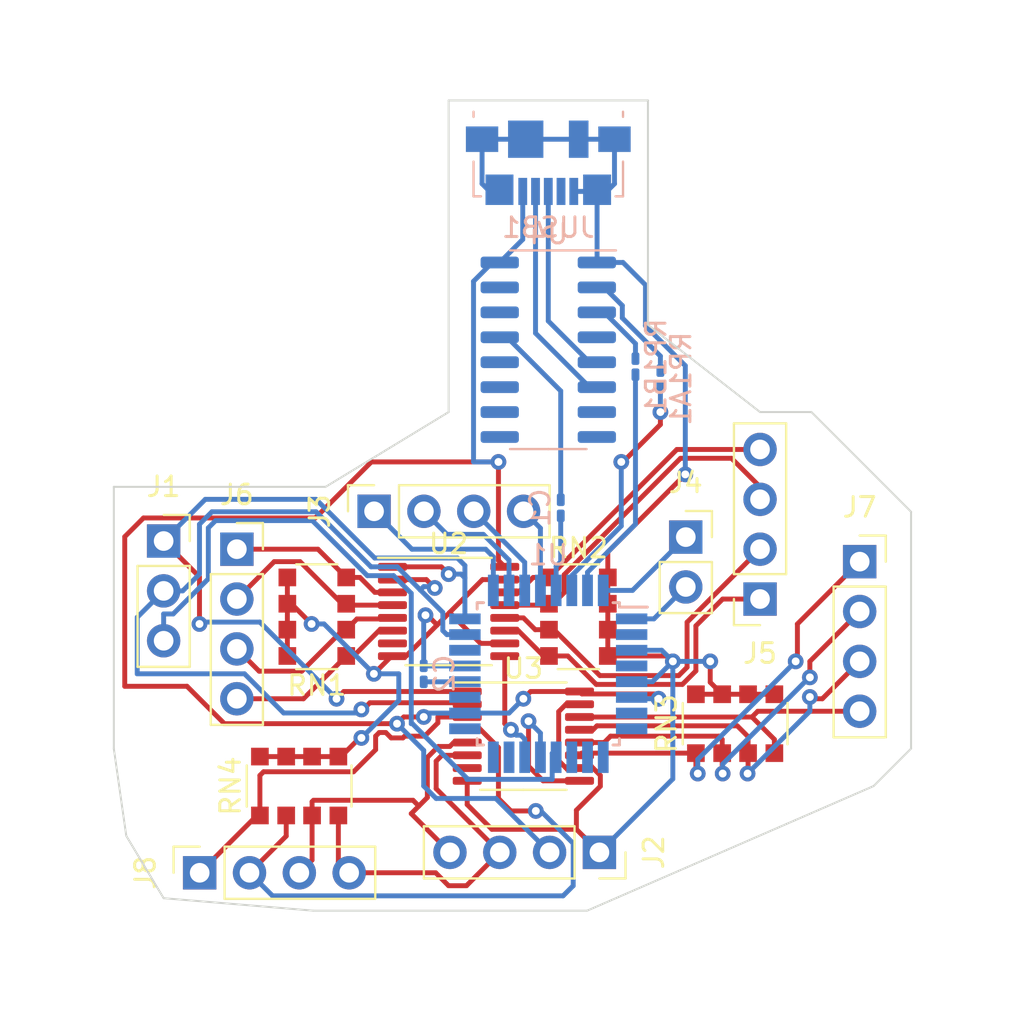
<source format=kicad_pcb>
(kicad_pcb (version 20211014) (generator pcbnew)
  (layers (0 "F.Cu" signal) (31 "B.Cu" signal) (34 "B.Paste" user) (35 "F.Paste" user) (36 "B.SilkS" user "B.Silkscreen") (37 "F.SilkS" user "F.Silkscreen") (38 "B.Mask" user) (39 "F.Mask" user) (44 "Edge.Cuts" user))
  (net 0 "")
  (net 1 "Net-(C1-Pad1)")
  (net 2 "/RESET")
  (net 3 "Net-(C2-Pad1)")
  (net 4 "GND")
  (net 5 "/SH_LATCH")
  (net 6 "/SH_CLK")
  (net 7 "/SH_DATA1")
  (net 8 "+5V")
  (net 9 "/HAT2_PUSH")
  (net 10 "/HAT1_PUSH")
  (net 11 "/THUMB_X")
  (net 12 "/THUMB_Y")
  (net 13 "/SDA")
  (net 14 "/SCL")
  (net 15 "/ENCODER_A")
  (net 16 "/ENCODER_B")
  (net 17 "/RKJXT1F_UP")
  (net 18 "/RKJXT1F_DOWN")
  (net 19 "/RKJXT1F_LEFT")
  (net 20 "/RKJXT1F_RIGHT")
  (net 21 "/RKJXT1F_CENTER")
  (net 22 "/BRAKE")
  (net 23 "/PINKY_PUSH")
  (net 24 "/RESERVED1")
  (net 25 "/THUMB_PUSH")
  (net 26 "/TRIGGER_1")
  (net 27 "/TRIGGER_2")
  (net 28 "/PANEL_PUSH")
  (net 29 "/TOP_SIDE_PUSH")
  (net 30 "Net-(JUSB1-Pad2)")
  (net 31 "Net-(JUSB1-Pad3)")
  (net 33 "Net-(RP1A1-Pad1)")
  (net 34 "/RX")
  (net 35 "Net-(RP1B1-Pad1)")
  (net 36 "/TX")
  (net 43 "/SH_DATA2")
  (net 44 "/SH_DATA3")
  (net 61 "/RESERVED2")
  (footprint "Connector_PinSocket_2.54mm:PinSocket_1x02_P2.54mm_Vertical" (layer "F.Cu") (at 151.155 90.825)
    (fp_text reference "J4")
    (fp_text value "Conn_01x02_Female")
  )
  (footprint "Connector_PinSocket_2.54mm:PinSocket_1x04_P2.54mm_Vertical" (layer "F.Cu") (at 135.265 89.51 90)
    (fp_text reference "J3")
    (fp_text value "Conn_01x04_Female")
  )
  (footprint "Connector_PinSocket_2.54mm:PinSocket_1x04_P2.54mm_Vertical" (layer "F.Cu") (at 146.753169 106.8848 -90)
    (fp_text reference "J2")
    (fp_text value "Conn_01x04_Male")
  )
  (footprint "Connector_PinSocket_2.54mm:PinSocket_1x04_P2.54mm_Vertical" (layer "F.Cu") (at 126.375 107.925 90)
    (fp_text reference "J8")
    (fp_text value "Conn_01x04_Female")
  )
  (footprint "Connector_PinSocket_2.54mm:PinSocket_1x04_P2.54mm_Vertical" (layer "F.Cu") (at 154.94 93.98 180)
    (fp_text reference "J5")
    (fp_text value "Conn_01x04_Female")
  )
  (footprint "Resistor_SMD:R_Array_Convex_4x1206" (layer "F.Cu") (at 145.68 94.88)
    (fp_text reference "RN2")
    (fp_text value "1k")
  )
  (footprint "Connector_PinSocket_2.54mm:PinSocket_1x03_P2.54mm_Vertical" (layer "F.Cu") (at 124.538169 91.0248)
    (fp_text reference "J1")
    (fp_text value "Conn_01x03_Male")
  )
  (footprint "Package_SO:TSSOP-16_4.4x5mm_P0.65mm" (layer "F.Cu") (at 139.065 94.615)
    (fp_text reference "U2")
    (fp_text value "74HC165")
  )
  (footprint "Connector_PinSocket_2.54mm:PinSocket_1x04_P2.54mm_Vertical" (layer "F.Cu") (at 128.27 91.44)
    (fp_text reference "J6")
    (fp_text value "Conn_01x04_Female")
  )
  (footprint "Package_SO:TSSOP-16_4.4x5mm_P0.65mm" (layer "F.Cu") (at 142.875 100.965)
    (fp_text reference "U3")
    (fp_text value "74HC165")
  )
  (footprint "Resistor_SMD:R_Array_Convex_4x1206" (layer "F.Cu") (at 131.445 103.505 90)
    (fp_text reference "RN4")
    (fp_text value "1k")
  )
  (footprint "Resistor_SMD:R_Array_Convex_4x1206" (layer "F.Cu") (at 132.345 94.88 180)
    (fp_text reference "RN1")
    (fp_text value "1k")
  )
  (footprint "Connector_PinSocket_2.54mm:PinSocket_1x04_P2.54mm_Vertical" (layer "F.Cu") (at 160.02 92.075)
    (fp_text reference "J7")
    (fp_text value "Conn_01x04_Female")
  )
  (footprint "Resistor_SMD:R_Array_Convex_4x1206" (layer "F.Cu") (at 153.67 100.33 90)
    (fp_text reference "RN3")
    (fp_text value "1k")
  )
  (footprint "Connector_USB:USB_Micro-B_Molex_47346-0001" (layer "B.Cu") (at 144.145 71.755)
    (fp_text reference "JUSB1")
    (fp_text value "USB_B_Micro")
  )
  (footprint "Resistor_SMD:R_0201_0603Metric_Pad0.64x0.40mm_HandSolder" (layer "B.Cu") (at 144.78 89.3325 -90)
    (fp_text reference "C1")
    (fp_text value "100nF")
  )
  (footprint "Resistor_SMD:R_0201_0603Metric_Pad0.64x0.40mm_HandSolder" (layer "B.Cu") (at 149.86 82.7525 90)
    (fp_text reference "RP1A1")
    (fp_text value "1k")
  )
  (footprint "Resistor_SMD:R_0201_0603Metric_Pad0.64x0.40mm_HandSolder" (layer "B.Cu") (at 148.59 82.1425 90)
    (fp_text reference "RP1B1")
    (fp_text value "1k")
  )
  (footprint "Package_QFP:TQFP-32_7x7mm_P0.8mm" (layer "B.Cu") (at 144.145 97.79 180)
    (fp_text reference "U1")
    (fp_text value "ATmega328P-A")
  )
  (footprint "Resistor_SMD:R_0201_0603Metric_Pad0.64x0.40mm_HandSolder" (layer "B.Cu") (at 137.795 97.79 90)
    (fp_text reference "C2")
    (fp_text value "100nF")
  )
  (footprint "Package_SO:SOIC-16_3.9x9.9mm_P1.27mm" (layer "B.Cu") (at 144.145 81.28 180)
    (fp_text reference "U4")
    (fp_text value "CH340G")
  )
  (gr_line (start 124.538169 109.22) (end 122.633169 106.045) (layer "Edge.Cuts") (width 0.1))
  (gr_line (start 160.733169 103.505) (end 146.128169 109.855) (layer "Edge.Cuts") (width 0.1))
  (gr_line (start 162.638169 89.535) (end 162.638169 101.6) (layer "Edge.Cuts") (width 0.1))
  (gr_line (start 149.225 68.58) (end 149.225 80.01) (layer "Edge.Cuts") (width 0.1))
  (gr_line (start 154.94 84.455) (end 157.558169 84.455) (layer "Edge.Cuts") (width 0.1))
  (gr_line (start 132.158169 109.855) (end 124.538169 109.22) (layer "Edge.Cuts") (width 0.1))
  (gr_line (start 122.633169 106.045) (end 121.998169 101.6) (layer "Edge.Cuts") (width 0.1))
  (gr_line (start 149.225 80.01) (end 154.94 84.455) (layer "Edge.Cuts") (width 0.1))
  (gr_line (start 121.998169 101.6) (end 121.998169 88.265) (layer "Edge.Cuts") (width 0.1))
  (gr_line (start 121.998169 88.265) (end 132.793169 88.265) (layer "Edge.Cuts") (width 0.1))
  (gr_line (start 132.793169 88.265) (end 139.065 84.455) (layer "Edge.Cuts") (width 0.1))
  (gr_line (start 139.065 68.58) (end 149.225 68.58) (layer "Edge.Cuts") (width 0.1))
  (gr_line (start 146.128169 109.855) (end 132.158169 109.855) (layer "Edge.Cuts") (width 0.1))
  (gr_line (start 162.638169 101.6) (end 160.733169 103.505) (layer "Edge.Cuts") (width 0.1))
  (gr_line (start 157.558169 84.455) (end 162.638169 89.535) (layer "Edge.Cuts") (width 0.1))
  (gr_line (start 139.065 84.455) (end 139.065 68.58) (layer "Edge.Cuts") (width 0.1))
  (segment (start 144.78 83.378928) (end 142.046072 80.645) (width 0.25) (layer "B.Cu") (net 1))
  (segment (start 142.046072 80.645) (end 141.67 80.645) (width 0.25) (layer "B.Cu") (net 1))
  (segment (start 144.78 88.925) (end 144.78 83.378928) (width 0.25) (layer "B.Cu") (net 1))
  (segment (start 144.78 92.075) (end 144.78 89.74) (width 0.25) (layer "B.Cu") (net 2))
  (segment (start 144.545 92.31) (end 144.78 92.075) (width 0.25) (layer "B.Cu") (net 2))
  (segment (start 144.545 93.54) (end 144.545 92.31) (width 0.25) (layer "B.Cu") (net 2))
  (segment (start 139.8875 98.1975) (end 139.895 98.19) (width 0.25) (layer "B.Cu") (net 3))
  (segment (start 137.795 98.1975) (end 139.8875 98.1975) (width 0.25) (layer "B.Cu") (net 3))
  (segment (start 146.425361 102.59) (end 146.79952 102.964159) (width 0.25) (layer "F.Cu") (net 4))
  (segment (start 147.18 92.88) (end 147.18 94.22) (width 0.25) (layer "F.Cu") (net 4))
  (segment (start 138.480181 95.300181) (end 136.890361 96.89) (width 0.25) (layer "F.Cu") (net 4))
  (segment (start 147.18 91.58) (end 151.13 87.63) (width 0.25) (layer "F.Cu") (net 4))
  (segment (start 141.9275 92.99) (end 140.790361 92.99) (width 0.25) (layer "F.Cu") (net 4))
  (segment (start 141.9275 96.24) (end 140.69 96.24) (width 0.25) (layer "F.Cu") (net 4))
  (segment (start 150.22 96.88) (end 150.495 97.155) (width 0.25) (layer "F.Cu") (net 4))
  (segment (start 146.79952 103.515841) (end 145.578657 104.736704) (width 0.25) (layer "F.Cu") (net 4))
  (segment (start 145.049639 99.34) (end 144.67548 99.714159) (width 0.25) (layer "F.Cu") (net 4))
  (segment (start 153.01 98.83) (end 151.67 98.83) (width 0.25) (layer "F.Cu") (net 4))
  (segment (start 152.4 98.22) (end 153.01 98.83) (width 0.25) (layer "F.Cu") (net 4))
  (segment (start 136.2025 96.89) (end 136.155 96.89) (width 0.25) (layer "F.Cu") (net 4))
  (segment (start 134.62 100.965) (end 134.62 101.0545) (width 0.25) (layer "F.Cu") (net 4))
  (segment (start 129.445 102.005) (end 130.785 102.005) (width 0.25) (layer "F.Cu") (net 4))
  (segment (start 145.7375 102.59) (end 146.425361 102.59) (width 0.25) (layer "F.Cu") (net 4))
  (segment (start 146.753169 106.8848) (end 145.981684 106.113316) (width 0.25) (layer "F.Cu") (net 4))
  (segment (start 140.790361 92.99) (end 139.115181 94.665181) (width 0.25) (layer "F.Cu") (net 4))
  (segment (start 145.049639 102.59) (end 145.7375 102.59) (width 0.25) (layer "F.Cu") (net 4))
  (segment (start 133.445 102.005) (end 133.58 102.005) (width 0.25) (layer "F.Cu") (net 4))
  (segment (start 145.578657 105.710289) (end 145.981684 106.113316) (width 0.25) (layer "F.Cu") (net 4))
  (segment (start 136.890361 96.89) (end 136.2025 96.89) (width 0.25) (layer "F.Cu") (net 4))
  (segment (start 133.58 102.005) (end 134.62 100.965) (width 0.25) (layer "F.Cu") (net 4))
  (segment (start 152.4 97.155) (end 152.4 98.22) (width 0.25) (layer "F.Cu") (net 4))
  (segment (start 146.79952 102.964159) (end 146.79952 103.515841) (width 0.25) (layer "F.Cu") (net 4))
  (segment (start 136.155 96.89) (end 135.255 97.79) (width 0.25) (layer "F.Cu") (net 4))
  (segment (start 154.33 98.83) (end 155.67 98.83) (width 0.25) (layer "F.Cu") (net 4))
  (segment (start 141.270289 105.710289) (end 145.578657 105.710289) (width 0.25) (layer "F.Cu") (net 4))
  (segment (start 153.01 98.83) (end 154.33 98.83) (width 0.25) (layer "F.Cu") (net 4))
  (segment (start 130.845 95.54) (end 130.845 94.22) (width 0.25) (layer "F.Cu") (net 4))
  (segment (start 137.984098 94.804098) (end 138.480181 95.300181) (width 0.25) (layer "F.Cu") (net 4))
  (segment (start 144.67548 102.215841) (end 145.049639 102.59) (width 0.25) (layer "F.Cu") (net 4))
  (segment (start 130.845 92.88) (end 130.845 94.22) (width 0.25) (layer "F.Cu") (net 4))
  (segment (start 140.69 96.24) (end 139.115181 94.665181) (width 0.25) (layer "F.Cu") (net 4))
  (segment (start 147.18 96.88) (end 147.18 95.54) (width 0.25) (layer "F.Cu") (net 4))
  (segment (start 147.18 96.88) (end 150.22 96.88) (width 0.25) (layer "F.Cu") (net 4))
  (segment (start 133.445 102.005) (end 132.105 102.005) (width 0.25) (layer "F.Cu") (net 4))
  (segment (start 140.0125 103.24) (end 140.0125 104.4525) (width 0.25) (layer "F.Cu") (net 4))
  (segment (start 137.8845 94.804098) (end 137.984098 94.804098) (width 0.25) (layer "F.Cu") (net 4))
  (segment (start 144.67548 99.714159) (end 144.67548 102.215841) (width 0.25) (layer "F.Cu") (net 4))
  (segment (start 130.845 94.22) (end 131.05 94.22) (width 0.25) (layer "F.Cu") (net 4))
  (segment (start 139.115181 94.665181) (end 138.480181 95.300181) (width 0.25) (layer "F.Cu") (net 4))
  (segment (start 147.18 92.88) (end 147.18 91.58) (width 0.25) (layer "F.Cu") (net 4))
  (segment (start 130.845 96.88) (end 130.845 95.54) (width 0.25) (layer "F.Cu") (net 4))
  (segment (start 130.785 102.005) (end 132.105 102.005) (width 0.25) (layer "F.Cu") (net 4))
  (segment (start 145.578657 104.736704) (end 145.578657 105.710289) (width 0.25) (layer "F.Cu") (net 4))
  (segment (start 147.18 95.54) (end 147.18 94.22) (width 0.25) (layer "F.Cu") (net 4))
  (segment (start 140.0125 104.4525) (end 141.270289 105.710289) (width 0.25) (layer "F.Cu") (net 4))
  (segment (start 131.05 94.22) (end 132.08 95.25) (width 0.25) (layer "F.Cu") (net 4))
  (segment (start 145.7375 99.34) (end 145.049639 99.34) (width 0.25) (layer "F.Cu") (net 4))
  (via (at 150.495 97.155) (size 0.8) (drill 0.4) (layers "F.Cu" "B.Cu") (net 4))
  (via (at 151.13 87.63) (size 0.8) (drill 0.4) (layers "F.Cu" "B.Cu") (net 4))
  (via (at 132.08 95.25) (size 0.8) (drill 0.4) (layers "F.Cu" "B.Cu") (net 4))
  (via (at 137.8845 94.804098) (size 0.8) (drill 0.4) (layers "F.Cu" "B.Cu") (net 4))
  (via (at 135.255 97.79) (size 0.8) (drill 0.4) (layers "F.Cu" "B.Cu") (net 4))
  (via (at 152.4 97.155) (size 0.8) (drill 0.4) (layers "F.Cu" "B.Cu") (net 4))
  (via (at 134.62 101.0545) (size 0.8) (drill 0.4) (layers "F.Cu" "B.Cu") (net 4))
  (segment (start 134.62 101.0545) (end 136.525 99.1495) (width 0.25) (layer "B.Cu") (net 4))
  (segment (start 146.62 76.835) (end 147.955 76.835) (width 0.25) (layer "B.Cu") (net 4))
  (segment (start 149.09998 80.061784) (end 151.13 82.091804) (width 0.25) (layer "B.Cu") (net 4))
  (segment (start 139.895 97.39) (end 137.8025 97.39) (width 0.25) (layer "B.Cu") (net 4))
  (segment (start 146.6325 73.13) (end 147.215 73.13) (width 0.25) (layer "B.Cu") (net 4))
  (segment (start 142.995 70.555) (end 145.695 70.555) (width 0.25) (layer "B.Cu") (net 4))
  (segment (start 137.795 94.714598) (end 137.8845 94.804098) (width 0.25) (layer "B.Cu") (net 4))
  (segment (start 149.09998 77.97998) (end 149.09998 80.061784) (width 0.25) (layer "B.Cu") (net 4))
  (segment (start 136.525 99.1495) (end 136.525 97.79) (width 0.25) (layer "B.Cu") (net 4))
  (segment (start 135.255 97.79) (end 132.715 95.25) (width 0.25) (layer "B.Cu") (net 4))
  (segment (start 141.6575 73.13) (end 141.075 73.13) (width 0.25) (layer "B.Cu") (net 4))
  (segment (start 146.753169 106.8848) (end 150.495 103.142969) (width 0.25) (layer "B.Cu") (net 4))
  (segment (start 147.215 73.13) (end 147.52 72.825) (width 0.25) (layer "B.Cu") (net 4))
  (segment (start 146.5475 73.215) (end 146.6325 73.13) (width 0.25) (layer "B.Cu") (net 4))
  (segment (start 132.715 95.25) (end 132.08 95.25) (width 0.25) (layer "B.Cu") (net 4))
  (segment (start 148.395 98.19) (end 149.46 98.19) (width 0.25) (layer "B.Cu") (net 4))
  (segment (start 149.93 96.59) (end 150.495 97.155) (width 0.25) (layer "B.Cu") (net 4))
  (segment (start 141.075 73.13) (end 140.77 72.825) (width 0.25) (layer "B.Cu") (net 4))
  (segment (start 145.445 73.215) (end 146.5475 73.215) (width 0.25) (layer "B.Cu") (net 4))
  (segment (start 151.13 82.091804) (end 151.13 87.63) (width 0.25) (layer "B.Cu") (net 4))
  (segment (start 137.8025 97.39) (end 137.795 97.3825) (width 0.25) (layer "B.Cu") (net 4))
  (segment (start 150.495 97.155) (end 152.4 97.155) (width 0.25) (layer "B.Cu") (net 4))
  (segment (start 147.955 76.835) (end 149.09998 77.97998) (width 0.25) (layer "B.Cu") (net 4))
  (segment (start 140.77 72.825) (end 140.77 70.555) (width 0.25) (layer "B.Cu") (net 4))
  (segment (start 150.495 103.142969) (end 150.495 97.155) (width 0.25) (layer "B.Cu") (net 4))
  (segment (start 148.395 96.59) (end 149.93 96.59) (width 0.25) (layer "B.Cu") (net 4))
  (segment (start 137.795 97.3825) (end 137.795 94.714598) (width 0.25) (layer "B.Cu") (net 4))
  (segment (start 149.46 98.19) (end 150.495 97.155) (width 0.25) (layer "B.Cu") (net 4))
  (segment (start 146.62 76.835) (end 146.6325 76.8225) (width 0.25) (layer "B.Cu") (net 4))
  (segment (start 146.6325 76.8225) (end 146.6325 73.13) (width 0.25) (layer "B.Cu") (net 4))
  (segment (start 147.52 70.555) (end 145.695 70.555) (width 0.25) (layer "B.Cu") (net 4))
  (segment (start 140.77 70.555) (end 142.995 70.555) (width 0.25) (layer "B.Cu") (net 4))
  (segment (start 136.525 97.79) (end 135.255 97.79) (width 0.25) (layer "B.Cu") (net 4))
  (segment (start 147.52 72.825) (end 147.52 70.555) (width 0.25) (layer "B.Cu") (net 4))
  (segment (start 138.695 92.34) (end 139.065 92.71) (width 0.25) (layer "F.Cu") (net 5))
  (segment (start 124.538169 91.0248) (end 126.365 92.851631) (width 0.25) (layer "F.Cu") (net 5))
  (segment (start 140.0125 98.69) (end 133.72 98.69) (width 0.25) (layer "F.Cu") (net 5))
  (segment (start 136.2025 92.34) (end 138.695 92.34) (width 0.25) (layer "F.Cu") (net 5))
  (segment (start 126.365 92.851631) (end 126.365 95.25) (width 0.25) (layer "F.Cu") (net 5))
  (segment (start 133.72 98.69) (end 133.35 99.06) (width 0.25) (layer "F.Cu") (net 5))
  (via (at 133.35 99.06) (size 0.8) (drill 0.4) (layers "F.Cu" "B.Cu") (net 5))
  (via (at 126.365 95.25) (size 0.8) (drill 0.4) (layers "F.Cu" "B.Cu") (net 5))
  (via (at 139.065 92.71) (size 0.8) (drill 0.4) (layers "F.Cu" "B.Cu") (net 5))
  (segment (start 129.444511 95.154511) (end 126.460489 95.154511) (width 0.25) (layer "B.Cu") (net 5))
  (segment (start 126.460489 95.154511) (end 126.365 95.25) (width 0.25) (layer "B.Cu") (net 5))
  (segment (start 139.895 92.27) (end 139.51452 91.88952) (width 0.25) (layer "B.Cu") (net 5))
  (segment (start 135.295498 91.88952) (end 132.305978 88.9) (width 0.25) (layer "B.Cu") (net 5))
  (segment (start 126.662969 88.9) (end 124.538169 91.0248) (width 0.25) (layer "B.Cu") (net 5))
  (segment (start 133.35 99.06) (end 129.444511 95.154511) (width 0.25) (layer "B.Cu") (net 5))
  (segment (start 139.895 94.99) (end 139.895 92.905) (width 0.25) (layer "B.Cu") (net 5))
  (segment (start 139.51452 91.88952) (end 135.295498 91.88952) (width 0.25) (layer "B.Cu") (net 5))
  (segment (start 139.895 92.905) (end 139.895 92.27) (width 0.25) (layer "B.Cu") (net 5))
  (segment (start 139.7 92.71) (end 139.895 92.905) (width 0.25) (layer "B.Cu") (net 5))
  (segment (start 132.305978 88.9) (end 126.662969 88.9) (width 0.25) (layer "B.Cu") (net 5))
  (segment (start 139.065 92.71) (end 139.7 92.71) (width 0.25) (layer "B.Cu") (net 5))
  (segment (start 135.052152 99.262848) (end 134.62 99.695) (width 0.25) (layer "F.Cu") (net 6))
  (segment (start 140.0125 99.34) (end 139.935348 99.262848) (width 0.25) (layer "F.Cu") (net 6))
  (segment (start 137.93149 92.99) (end 138.358245 93.416755) (width 0.25) (layer "F.Cu") (net 6))
  (segment (start 134.62 99.695) (end 134.62 99.6055) (width 0.25) (layer "F.Cu") (net 6))
  (segment (start 139.935348 99.262848) (end 135.052152 99.262848) (width 0.25) (layer "F.Cu") (net 6))
  (segment (start 136.2025 92.99) (end 137.93149 92.99) (width 0.25) (layer "F.Cu") (net 6))
  (via (at 138.358245 93.416755) (size 0.8) (drill 0.4) (layers "F.Cu" "B.Cu") (net 6))
  (via (at 134.62 99.6055) (size 0.8) (drill 0.4) (layers "F.Cu" "B.Cu") (net 6))
  (segment (start 123.19 97.79) (end 123.19 94.912969) (width 0.25) (layer "B.Cu") (net 6))
  (segment (start 126.365 90.17) (end 126.365 92.71) (width 0.25) (layer "B.Cu") (net 6))
  (segment (start 127 89.535) (end 126.365 90.17) (width 0.25) (layer "B.Cu") (net 6))
  (segment (start 137.795 93.345) (end 138.43 93.345) (width 0.25) (layer "B.Cu") (net 6))
  (segment (start 134.62 99.6055) (end 134.440989 99.784511) (width 0.25) (layer "B.Cu") (net 6))
  (segment (start 138.970978 95.79) (end 138.770489 95.589511) (width 0.25) (layer "B.Cu") (net 6))
  (segment (start 130.655521 99.784511) (end 128.66101 97.79) (width 0.25) (layer "B.Cu") (net 6))
  (segment (start 132.30526 89.535) (end 127 89.535) (width 0.25) (layer "B.Cu") (net 6))
  (segment (start 128.66101 97.79) (end 123.19 97.79) (width 0.25) (layer "B.Cu") (net 6))
  (segment (start 137.6225 93.5175) (end 137.795 93.345) (width 0.25) (layer "B.Cu") (net 6))
  (segment (start 134.440989 99.784511) (end 130.655521 99.784511) (width 0.25) (layer "B.Cu") (net 6))
  (segment (start 136.44404 92.33904) (end 135.1093 92.33904) (width 0.25) (layer "B.Cu") (net 6))
  (segment (start 126.365 92.71) (end 125.5102 93.5648) (width 0.25) (layer "B.Cu") (net 6))
  (segment (start 123.19 94.912969) (end 124.538169 93.5648) (width 0.25) (layer "B.Cu") (net 6))
  (segment (start 125.5102 93.5648) (end 124.538169 93.5648) (width 0.25) (layer "B.Cu") (net 6))
  (segment (start 138.770489 95.589511) (end 138.770489 94.665489) (width 0.25) (layer "B.Cu") (net 6))
  (segment (start 135.1093 92.33904) (end 132.30526 89.535) (width 0.25) (layer "B.Cu") (net 6))
  (segment (start 139.895 95.79) (end 138.970978 95.79) (width 0.25) (layer "B.Cu") (net 6))
  (segment (start 137.6225 93.5175) (end 136.44404 92.33904) (width 0.25) (layer "B.Cu") (net 6))
  (segment (start 138.770489 94.665489) (end 137.6225 93.5175) (width 0.25) (layer "B.Cu") (net 6))
  (segment (start 138.43 93.345) (end 138.358245 93.416755) (width 0.25) (layer "B.Cu") (net 6))
  (segment (start 139.994511 103.164511) (end 144.344511 103.164511) (width 0.25) (layer "B.Cu") (net 7))
  (segment (start 134.923102 92.78856) (end 136.257842 92.78856) (width 0.25) (layer "B.Cu") (net 7))
  (segment (start 137.16 100.33) (end 137.217997 100.33) (width 0.25) (layer "B.Cu") (net 7))
  (segment (start 144.344511 103.164511) (end 144.344511 101.839511) (width 0.25) (layer "B.Cu") (net 7))
  (segment (start 136.257842 92.78856) (end 137.16 93.690718) (width 0.25) (layer "B.Cu") (net 7))
  (segment (start 127.186198 89.98452) (end 132.119062 89.98452) (width 0.25) (layer "B.Cu") (net 7))
  (segment (start 126.81452 92.949459) (end 126.81452 90.356198) (width 0.25) (layer "B.Cu") (net 7))
  (segment (start 144.344511 101.839511) (end 144.545 102.04) (width 0.25) (layer "B.Cu") (net 7))
  (segment (start 139.994511 103.106514) (end 139.994511 103.164511) (width 0.25) (layer "B.Cu") (net 7))
  (segment (start 125.024668 94.739311) (end 126.81452 92.949459) (width 0.25) (layer "B.Cu") (net 7))
  (segment (start 137.217997 100.33) (end 139.994511 103.106514) (width 0.25) (layer "B.Cu") (net 7))
  (segment (start 137.16 93.690718) (end 137.16 100.33) (width 0.25) (layer "B.Cu") (net 7))
  (segment (start 124.538169 96.1048) (end 124.538169 94.739311) (width 0.25) (layer "B.Cu") (net 7))
  (segment (start 124.538169 94.739311) (end 125.024668 94.739311) (width 0.25) (layer "B.Cu") (net 7))
  (segment (start 132.119062 89.98452) (end 134.923102 92.78856) (width 0.25) (layer "B.Cu") (net 7))
  (segment (start 126.81452 90.356198) (end 127.186198 89.98452) (width 0.25) (layer "B.Cu") (net 7))
  (segment (start 145.7375 98.69) (end 145.86298 98.81548) (width 0.25) (layer "F.Cu") (net 8))
  (segment (start 145.86298 98.81548) (end 149.61548 98.81548) (width 0.25) (layer "F.Cu") (net 8))
  (segment (start 135.12458 86.995) (end 141.605 86.995) (width 0.25) (layer "F.Cu") (net 8))
  (segment (start 122.555 98.425) (end 122.555 90.805) (width 0.25) (layer "F.Cu") (net 8))
  (segment (start 141.605 92.0175) (end 141.605 86.995) (width 0.25) (layer "F.Cu") (net 8))
  (segment (start 136.778141 99.987359) (end 136.4355 100.33) (width 0.25) (layer "F.Cu") (net 8))
  (segment (start 132.269291 89.850289) (end 135.12458 86.995) (width 0.25) (layer "F.Cu") (net 8))
  (segment (start 125.73 98.425) (end 122.555 98.425) (width 0.25) (layer "F.Cu") (net 8))
  (segment (start 142.875 99.06) (end 143.245 98.69) (width 0.25) (layer "F.Cu") (net 8))
  (segment (start 123.509711 89.850289) (end 132.269291 89.850289) (width 0.25) (layer "F.Cu") (net 8))
  (segment (start 136.4355 100.33) (end 127.635 100.33) (width 0.25) (layer "F.Cu") (net 8))
  (segment (start 149.61548 98.81548) (end 149.86 99.06) (width 0.25) (layer "F.Cu") (net 8))
  (segment (start 122.555 90.805) (end 123.509711 89.850289) (width 0.25) (layer "F.Cu") (net 8))
  (segment (start 143.245 98.69) (end 145.7375 98.69) (width 0.25) (layer "F.Cu") (net 8))
  (segment (start 137.795 99.987359) (end 136.778141 99.987359) (width 0.25) (layer "F.Cu") (net 8))
  (segment (start 127.635 100.33) (end 125.73 98.425) (width 0.25) (layer "F.Cu") (net 8))
  (segment (start 141.9275 92.34) (end 141.605 92.0175) (width 0.25) (layer "F.Cu") (net 8))
  (segment (start 149.86 99.06) (end 149.7705 99.06) (width 0.25) (layer "F.Cu") (net 8))
  (via (at 141.605 86.995) (size 0.8) (drill 0.4) (layers "F.Cu" "B.Cu") (net 8))
  (via (at 142.875 99.06) (size 0.8) (drill 0.4) (layers "F.Cu" "B.Cu") (net 8))
  (via (at 149.7705 99.06) (size 0.8) (drill 0.4) (layers "F.Cu" "B.Cu") (net 8))
  (via (at 136.4355 100.33) (size 0.8) (drill 0.4) (layers "F.Cu" "B.Cu") (net 8))
  (via (at 137.795 99.987359) (size 0.8) (drill 0.4) (layers "F.Cu" "B.Cu") (net 8))
  (segment (start 148.465 99.06) (end 148.395 98.99) (width 0.25) (layer "B.Cu") (net 8))
  (segment (start 141.293928 76.835) (end 140.335 77.793928) (width 0.25) (layer "B.Cu") (net 8))
  (segment (start 140.335 86.995) (end 141.605 86.995) (width 0.25) (layer "B.Cu") (net 8))
  (segment (start 140.335 77.793928) (end 140.335 86.995) (width 0.25) (layer "B.Cu") (net 8))
  (segment (start 142.845 75.66) (end 141.67 76.835) (width 0.25) (layer "B.Cu") (net 8))
  (segment (start 141.468369 104.14) (end 144.213169 106.8848) (width 0.25) (layer "B.Cu") (net 8))
  (segment (start 137.992359 99.79) (end 137.795 99.987359) (width 0.25) (layer "B.Cu") (net 8))
  (segment (start 141.67 76.835) (end 141.293928 76.835) (width 0.25) (layer "B.Cu") (net 8))
  (segment (start 136.4355 100.33) (end 137.795 101.6895) (width 0.25) (layer "B.Cu") (net 8))
  (segment (start 142.845 73.215) (end 142.845 75.66) (width 0.25) (layer "B.Cu") (net 8))
  (segment (start 137.795 101.6895) (end 137.795 103.505) (width 0.25) (layer "B.Cu") (net 8))
  (segment (start 142.875 99.06) (end 142.145 99.79) (width 0.25) (layer "B.Cu") (net 8))
  (segment (start 137.795 103.505) (end 138.43 104.14) (width 0.25) (layer "B.Cu") (net 8))
  (segment (start 139.895 99.79) (end 137.992359 99.79) (width 0.25) (layer "B.Cu") (net 8))
  (segment (start 142.145 99.79) (end 139.895 99.79) (width 0.25) (layer "B.Cu") (net 8))
  (segment (start 138.43 104.14) (end 141.468369 104.14) (width 0.25) (layer "B.Cu") (net 8))
  (segment (start 149.7705 99.06) (end 148.465 99.06) (width 0.25) (layer "B.Cu") (net 8))
  (segment (start 138.43 103.641631) (end 138.43 102.235) (width 0.25) (layer "F.Cu") (net 9))
  (segment (start 138.405 107.925) (end 139.065 108.585) (width 0.25) (layer "F.Cu") (net 9))
  (segment (start 138.725 101.94) (end 140.0125 101.94) (width 0.25) (layer "F.Cu") (net 9))
  (segment (start 133.995 107.925) (end 138.405 107.925) (width 0.25) (layer "F.Cu") (net 9))
  (segment (start 138.43 102.235) (end 138.725 101.94) (width 0.25) (layer "F.Cu") (net 9))
  (segment (start 133.445 107.375) (end 133.995 107.925) (width 0.25) (layer "F.Cu") (net 9))
  (segment (start 133.445 105.005) (end 133.445 107.375) (width 0.25) (layer "F.Cu") (net 9))
  (segment (start 139.065 108.585) (end 139.972969 108.585) (width 0.25) (layer "F.Cu") (net 9))
  (segment (start 141.673169 106.8848) (end 138.43 103.641631) (width 0.25) (layer "F.Cu") (net 9))
  (segment (start 139.972969 108.585) (end 141.673169 106.8848) (width 0.25) (layer "F.Cu") (net 9))
  (segment (start 137.250489 104.230489) (end 137.545815 104.525815) (width 0.25) (layer "F.Cu") (net 10))
  (segment (start 132.179511 104.230489) (end 137.250489 104.230489) (width 0.25) (layer "F.Cu") (net 10))
  (segment (start 137.98048 102.048802) (end 138.538803 101.49048) (width 0.25) (layer "F.Cu") (net 10))
  (segment (start 137.98048 104.091151) (end 137.98048 102.048802) (width 0.25) (layer "F.Cu") (net 10))
  (segment (start 132.105 105.005) (end 132.105 104.305) (width 0.25) (layer "F.Cu") (net 10))
  (segment (start 139.324639 101.29) (end 140.0125 101.29) (width 0.25) (layer "F.Cu") (net 10))
  (segment (start 139.124159 101.49048) (end 139.324639 101.29) (width 0.25) (layer "F.Cu") (net 10))
  (segment (start 131.455 107.925) (end 132.105 107.275) (width 0.25) (layer "F.Cu") (net 10))
  (segment (start 132.105 104.305) (end 132.179511 104.230489) (width 0.25) (layer "F.Cu") (net 10))
  (segment (start 132.105 107.275) (end 132.105 105.005) (width 0.25) (layer "F.Cu") (net 10))
  (segment (start 139.133169 106.8848) (end 137.16 104.911631) (width 0.25) (layer "F.Cu") (net 10))
  (segment (start 138.538803 101.49048) (end 139.124159 101.49048) (width 0.25) (layer "F.Cu") (net 10))
  (segment (start 137.16 104.911631) (end 137.98048 104.091151) (width 0.25) (layer "F.Cu") (net 10))
  (segment (start 140.95127 91.44) (end 137.195 91.44) (width 0.25) (layer "B.Cu") (net 11))
  (segment (start 141.345 93.54) (end 141.345 91.83373) (width 0.25) (layer "B.Cu") (net 11))
  (segment (start 137.195 91.44) (end 135.265 89.51) (width 0.25) (layer "B.Cu") (net 11))
  (segment (start 141.345 91.83373) (end 140.95127 91.44) (width 0.25) (layer "B.Cu") (net 11))
  (segment (start 142.145 93.54) (end 142.145 91.998012) (width 0.25) (layer "B.Cu") (net 12))
  (segment (start 138.979511 90.684511) (end 137.805 89.51) (width 0.25) (layer "B.Cu") (net 12))
  (segment (start 142.145 91.998012) (end 140.831499 90.684511) (width 0.25) (layer "B.Cu") (net 12))
  (segment (start 140.831499 90.684511) (end 138.979511 90.684511) (width 0.25) (layer "B.Cu") (net 12))
  (segment (start 142.945 92.11) (end 140.345 89.51) (width 0.25) (layer "B.Cu") (net 13))
  (segment (start 142.945 93.54) (end 142.945 92.11) (width 0.25) (layer "B.Cu") (net 13))
  (segment (start 143.745 93.54) (end 143.745 90.37) (width 0.25) (layer "B.Cu") (net 14))
  (segment (start 143.745 90.37) (end 142.885 89.51) (width 0.25) (layer "B.Cu") (net 14))
  (segment (start 148.44 93.54) (end 151.155 90.825) (width 0.25) (layer "B.Cu") (net 15))
  (segment (start 146.945 93.54) (end 148.44 93.54) (width 0.25) (layer "B.Cu") (net 15))
  (segment (start 149.53 94.99) (end 151.155 93.365) (width 0.25) (layer "B.Cu") (net 16))
  (segment (start 148.395 94.99) (end 149.53 94.99) (width 0.25) (layer "B.Cu") (net 16))
  (segment (start 146.588314 98.329031) (end 145.139282 96.88) (width 0.25) (layer "F.Cu") (net 17))
  (segment (start 142.615361 95.59) (end 143.905361 96.88) (width 0.25) (layer "F.Cu") (net 17))
  (segment (start 145.139282 96.88) (end 144.18 96.88) (width 0.25) (layer "F.Cu") (net 17))
  (segment (start 151.669031 97.641301) (end 150.9813 98.329031) (width 0.25) (layer "F.Cu") (net 17))
  (segment (start 143.905361 96.88) (end 144.18 96.88) (width 0.25) (layer "F.Cu") (net 17))
  (segment (start 150.9813 98.329031) (end 146.588314 98.329031) (width 0.25) (layer "F.Cu") (net 17))
  (segment (start 154.94 93.98) (end 153.035718 93.98) (width 0.25) (layer "F.Cu") (net 17))
  (segment (start 141.9275 95.59) (end 142.615361 95.59) (width 0.25) (layer "F.Cu") (net 17))
  (segment (start 153.035718 93.98) (end 151.669031 95.346687) (width 0.25) (layer "F.Cu") (net 17))
  (segment (start 151.669031 95.346687) (end 151.669031 97.641301) (width 0.25) (layer "F.Cu") (net 17))
  (segment (start 146.774511 97.879511) (end 144.435 95.54) (width 0.25) (layer "F.Cu") (net 18))
  (segment (start 144.435 95.54) (end 144.18 95.54) (width 0.25) (layer "F.Cu") (net 18))
  (segment (start 151.219511 97.455103) (end 150.795103 97.879511) (width 0.25) (layer "F.Cu") (net 18))
  (segment (start 151.219511 95.160489) (end 151.219511 97.455103) (width 0.25) (layer "F.Cu") (net 18))
  (segment (start 143.48 95.54) (end 144.18 95.54) (width 0.25) (layer "F.Cu") (net 18))
  (segment (start 154.94 91.44) (end 151.219511 95.160489) (width 0.25) (layer "F.Cu") (net 18))
  (segment (start 150.795103 97.879511) (end 146.774511 97.879511) (width 0.25) (layer "F.Cu") (net 18))
  (segment (start 141.9275 94.94) (end 142.88 94.94) (width 0.25) (layer "F.Cu") (net 18))
  (segment (start 142.88 94.94) (end 143.48 95.54) (width 0.25) (layer "F.Cu") (net 18))
  (segment (start 141.9275 94.29) (end 144.11 94.29) (width 0.25) (layer "F.Cu") (net 19))
  (segment (start 144.954511 93.654511) (end 144.389022 94.22) (width 0.25) (layer "F.Cu") (net 19))
  (segment (start 154.94 88.265) (end 153.48452 86.80952) (width 0.25) (layer "F.Cu") (net 19))
  (segment (start 153.48452 86.80952) (end 150.886198 86.80952) (width 0.25) (layer "F.Cu") (net 19))
  (segment (start 154.94 88.9) (end 154.94 88.265) (width 0.25) (layer "F.Cu") (net 19))
  (segment (start 150.886198 86.80952) (end 144.954511 92.741207) (width 0.25) (layer "F.Cu") (net 19))
  (segment (start 144.389022 94.22) (end 144.18 94.22) (width 0.25) (layer "F.Cu") (net 19))
  (segment (start 144.954511 92.741207) (end 144.954511 93.654511) (width 0.25) (layer "F.Cu") (net 19))
  (segment (start 144.11 94.29) (end 144.18 94.22) (width 0.25) (layer "F.Cu") (net 19))
  (segment (start 150.7 86.36) (end 144.18 92.88) (width 0.25) (layer "F.Cu") (net 20))
  (segment (start 142.615361 93.64) (end 143.375361 92.88) (width 0.25) (layer "F.Cu") (net 20))
  (segment (start 141.9275 93.64) (end 142.615361 93.64) (width 0.25) (layer "F.Cu") (net 20))
  (segment (start 143.375361 92.88) (end 144.18 92.88) (width 0.25) (layer "F.Cu") (net 20))
  (segment (start 154.94 86.36) (end 150.7 86.36) (width 0.25) (layer "F.Cu") (net 20))
  (segment (start 136.2025 93.64) (end 135.305 93.64) (width 0.25) (layer "F.Cu") (net 21))
  (segment (start 128.27 91.44) (end 132.405 91.44) (width 0.25) (layer "F.Cu") (net 21))
  (segment (start 135.305 93.64) (end 134.545 92.88) (width 0.25) (layer "F.Cu") (net 21))
  (segment (start 132.405 91.44) (end 133.845 92.88) (width 0.25) (layer "F.Cu") (net 21))
  (segment (start 134.545 92.88) (end 133.845 92.88) (width 0.25) (layer "F.Cu") (net 21))
  (segment (start 131.490978 92.075) (end 133.635978 94.22) (width 0.25) (layer "F.Cu") (net 22))
  (segment (start 136.2025 94.29) (end 133.915 94.29) (width 0.25) (layer "F.Cu") (net 22))
  (segment (start 133.635978 94.22) (end 133.845 94.22) (width 0.25) (layer "F.Cu") (net 22))
  (segment (start 128.27 93.98) (end 130.175 92.075) (width 0.25) (layer "F.Cu") (net 22))
  (segment (start 133.915 94.29) (end 133.845 94.22) (width 0.25) (layer "F.Cu") (net 22))
  (segment (start 130.175 92.075) (end 131.490978 92.075) (width 0.25) (layer "F.Cu") (net 22))
  (segment (start 133.695 95.54) (end 133.845 95.54) (width 0.25) (layer "F.Cu") (net 23))
  (segment (start 136.147989 94.994511) (end 134.390489 94.994511) (width 0.25) (layer "F.Cu") (net 23))
  (segment (start 128.27 96.52) (end 129.404511 97.654511) (width 0.25) (layer "F.Cu") (net 23))
  (segment (start 136.2025 94.94) (end 136.147989 94.994511) (width 0.25) (layer "F.Cu") (net 23))
  (segment (start 131.580489 97.654511) (end 133.695 95.54) (width 0.25) (layer "F.Cu") (net 23))
  (segment (start 134.390489 94.994511) (end 133.845 95.54) (width 0.25) (layer "F.Cu") (net 23))
  (segment (start 129.404511 97.654511) (end 131.580489 97.654511) (width 0.25) (layer "F.Cu") (net 23))
  (segment (start 131.665 99.06) (end 133.845 96.88) (width 0.25) (layer "F.Cu") (net 24))
  (segment (start 134.224639 96.88) (end 133.845 96.88) (width 0.25) (layer "F.Cu") (net 24))
  (segment (start 128.27 99.06) (end 131.665 99.06) (width 0.25) (layer "F.Cu") (net 24))
  (segment (start 135.514639 95.59) (end 134.224639 96.88) (width 0.25) (layer "F.Cu") (net 24))
  (segment (start 136.2025 95.59) (end 135.514639 95.59) (width 0.25) (layer "F.Cu") (net 24))
  (segment (start 156.845 95.25) (end 156.845 97.155) (width 0.25) (layer "F.Cu") (net 25))
  (segment (start 160.02 92.075) (end 156.845 95.25) (width 0.25) (layer "F.Cu") (net 25))
  (segment (start 145.7375 101.94) (end 145.8475 101.83) (width 0.25) (layer "F.Cu") (net 25))
  (segment (start 151.67 101.83) (end 151.67 102.775) (width 0.25) (layer "F.Cu") (net 25))
  (segment (start 145.8475 101.83) (end 151.67 101.83) (width 0.25) (layer "F.Cu") (net 25))
  (segment (start 151.67 102.775) (end 151.765 102.87) (width 0.25) (layer "F.Cu") (net 25))
  (segment (start 156.845 97.155) (end 156.7555 97.155) (width 0.25) (layer "F.Cu") (net 25))
  (via (at 151.765 102.87) (size 0.8) (drill 0.4) (layers "F.Cu" "B.Cu") (net 25))
  (via (at 156.7555 97.155) (size 0.8) (drill 0.4) (layers "F.Cu" "B.Cu") (net 25))
  (segment (start 151.765 102.1455) (end 151.765 102.87) (width 0.25) (layer "B.Cu") (net 25))
  (segment (start 156.7555 97.155) (end 151.765 102.1455) (width 0.25) (layer "B.Cu") (net 25))
  (segment (start 152.845 100.965) (end 147.32 100.965) (width 0.25) (layer "F.Cu") (net 26))
  (segment (start 157.48 97.155) (end 157.48 97.970997) (width 0.25) (layer "F.Cu") (net 26))
  (segment (start 145.7375 101.29) (end 146.995 101.29) (width 0.25) (layer "F.Cu") (net 26))
  (segment (start 160.02 94.615) (end 157.48 97.155) (width 0.25) (layer "F.Cu") (net 26))
  (segment (start 153.01 101.13) (end 152.845 100.965) (width 0.25) (layer "F.Cu") (net 26))
  (segment (start 153.01 101.83) (end 153.01 101.13) (width 0.25) (layer "F.Cu") (net 26))
  (segment (start 146.995 101.29) (end 147.32 100.965) (width 0.25) (layer "F.Cu") (net 26))
  (segment (start 153.01 102.845) (end 153.035 102.87) (width 0.25) (layer "F.Cu") (net 26))
  (segment (start 153.01 101.83) (end 153.01 102.845) (width 0.25) (layer "F.Cu") (net 26))
  (via (at 157.48 97.970997) (size 0.8) (drill 0.4) (layers "F.Cu" "B.Cu") (net 26))
  (via (at 153.035 102.87) (size 0.8) (drill 0.4) (layers "F.Cu" "B.Cu") (net 26))
  (segment (start 153.035 102.390886) (end 153.035 102.87) (width 0.25) (layer "B.Cu") (net 26))
  (segment (start 157.48 97.970997) (end 157.454889 97.970997) (width 0.25) (layer "B.Cu") (net 26))
  (segment (start 157.454889 97.970997) (end 153.035 102.390886) (width 0.25) (layer "B.Cu") (net 26))
  (segment (start 154.33 101.83) (end 154.33 102.845) (width 0.25) (layer "F.Cu") (net 27))
  (segment (start 146.425361 100.64) (end 145.7375 100.64) (width 0.25) (layer "F.Cu") (net 27))
  (segment (start 153.77952 100.43952) (end 146.625841 100.43952) (width 0.25) (layer "F.Cu") (net 27))
  (segment (start 160.02 97.155) (end 158.115 99.06) (width 0.25) (layer "F.Cu") (net 27))
  (segment (start 154.33 100.99) (end 153.77952 100.43952) (width 0.25) (layer "F.Cu") (net 27))
  (segment (start 154.33 102.845) (end 154.305 102.87) (width 0.25) (layer "F.Cu") (net 27))
  (segment (start 146.625841 100.43952) (end 146.425361 100.64) (width 0.25) (layer "F.Cu") (net 27))
  (segment (start 158.115 99.06) (end 157.48 99.06) (width 0.25) (layer "F.Cu") (net 27))
  (segment (start 154.33 101.83) (end 154.33 100.99) (width 0.25) (layer "F.Cu") (net 27))
  (segment (start 157.48 99.06) (end 157.48 98.9705) (width 0.25) (layer "F.Cu") (net 27))
  (via (at 154.305 102.87) (size 0.8) (drill 0.4) (layers "F.Cu" "B.Cu") (net 27))
  (via (at 157.48 98.9705) (size 0.8) (drill 0.4) (layers "F.Cu" "B.Cu") (net 27))
  (segment (start 157.48 99.695) (end 154.305 102.87) (width 0.25) (layer "B.Cu") (net 27))
  (segment (start 157.48 98.9705) (end 157.48 99.695) (width 0.25) (layer "B.Cu") (net 27))
  (segment (start 154.825 99.695) (end 154.53 99.99) (width 0.25) (layer "F.Cu") (net 28))
  (segment (start 154.53 99.99) (end 155.67 101.13) (width 0.25) (layer "F.Cu") (net 28))
  (segment (start 160.02 99.695) (end 154.825 99.695) (width 0.25) (layer "F.Cu") (net 28))
  (segment (start 145.7375 99.99) (end 154.53 99.99) (width 0.25) (layer "F.Cu") (net 28))
  (segment (start 155.67 101.13) (end 155.67 101.83) (width 0.25) (layer "F.Cu") (net 28))
  (segment (start 129.630489 102.779511) (end 129.445 102.965) (width 0.25) (layer "F.Cu") (net 29))
  (segment (start 135.860406 100.77952) (end 135.529991 100.77952) (width 0.25) (layer "F.Cu") (net 29))
  (segment (start 135.344511 101.654511) (end 134.219511 102.779511) (width 0.25) (layer "F.Cu") (net 29))
  (segment (start 140.0125 99.99) (end 138.519511 99.99) (width 0.25) (layer "F.Cu") (net 29))
  (segment (start 135.344511 100.965) (end 135.344511 101.654511) (width 0.25) (layer "F.Cu") (net 29))
  (segment (start 138.519511 99.99) (end 138.519511 100.287462) (width 0.25) (layer "F.Cu") (net 29))
  (segment (start 134.219511 102.779511) (end 129.630489 102.779511) (width 0.25) (layer "F.Cu") (net 29))
  (segment (start 135.529991 100.77952) (end 135.344511 100.965) (width 0.25) (layer "F.Cu") (net 29))
  (segment (start 136.735603 101.054511) (end 136.135397 101.054511) (width 0.25) (layer "F.Cu") (net 29))
  (segment (start 138.519511 100.287462) (end 137.841973 100.965) (width 0.25) (layer "F.Cu") (net 29))
  (segment (start 129.445 105.005) (end 129.295 105.005) (width 0.25) (layer "F.Cu") (net 29))
  (segment (start 129.295 105.005) (end 126.375 107.925) (width 0.25) (layer "F.Cu") (net 29))
  (segment (start 136.825114 100.965) (end 136.735603 101.054511) (width 0.25) (layer "F.Cu") (net 29))
  (segment (start 129.445 102.965) (end 129.445 105.005) (width 0.25) (layer "F.Cu") (net 29))
  (segment (start 136.135397 101.054511) (end 135.860406 100.77952) (width 0.25) (layer "F.Cu") (net 29))
  (segment (start 137.841973 100.965) (end 136.825114 100.965) (width 0.25) (layer "F.Cu") (net 29))
  (segment (start 143.495 80.436072) (end 146.243928 83.185) (width 0.25) (layer "B.Cu") (net 30))
  (segment (start 146.243928 83.185) (end 146.62 83.185) (width 0.25) (layer "B.Cu") (net 30))
  (segment (start 143.495 73.215) (end 143.495 80.436072) (width 0.25) (layer "B.Cu") (net 30))
  (segment (start 144.145 79.816072) (end 146.243928 81.915) (width 0.25) (layer "B.Cu") (net 31))
  (segment (start 144.145 73.215) (end 144.145 79.816072) (width 0.25) (layer "B.Cu") (net 31))
  (segment (start 146.243928 81.915) (end 146.62 81.915) (width 0.25) (layer "B.Cu") (net 31))
  (segment (start 147.955 86.995) (end 147.8655 86.995) (width 0.25) (layer "F.Cu") (net 33))
  (segment (start 149.86 84.455) (end 149.86 85.09) (width 0.25) (layer "F.Cu") (net 33))
  (segment (start 149.86 85.09) (end 147.955 86.995) (width 0.25) (layer "F.Cu") (net 33))
  (via (at 147.8655 86.995) (size 0.8) (drill 0.4) (layers "F.Cu" "B.Cu") (net 33))
  (via (at 149.86 84.455) (size 0.8) (drill 0.4) (layers "F.Cu" "B.Cu") (net 33))
  (segment (start 147.8655 90.258782) (end 147.8655 86.995) (width 0.25) (layer "B.Cu") (net 33))
  (segment (start 145.345 93.54) (end 145.345 92.779282) (width 0.25) (layer "B.Cu") (net 33))
  (segment (start 149.86 83.16) (end 149.86 84.455) (width 0.25) (layer "B.Cu") (net 33))
  (segment (start 145.345 92.779282) (end 147.8655 90.258782) (width 0.25) (layer "B.Cu") (net 33))
  (segment (start 146.996072 78.105) (end 147.91952 79.028448) (width 0.25) (layer "B.Cu") (net 34))
  (segment (start 147.91952 79.028448) (end 147.91952 79.66273) (width 0.25) (layer "B.Cu") (net 34))
  (segment (start 146.62 78.105) (end 146.996072 78.105) (width 0.25) (layer "B.Cu") (net 34))
  (segment (start 149.86 81.60321) (end 149.86 82.345) (width 0.25) (layer "B.Cu") (net 34))
  (segment (start 147.91952 79.66273) (end 149.86 81.60321) (width 0.25) (layer "B.Cu") (net 34))
  (segment (start 148.59 90.17) (end 146.145 92.615) (width 0.25) (layer "B.Cu") (net 35))
  (segment (start 148.59 82.55) (end 148.59 90.17) (width 0.25) (layer "B.Cu") (net 35))
  (segment (start 146.145 92.615) (end 146.145 93.54) (width 0.25) (layer "B.Cu") (net 35))
  (segment (start 146.996072 79.375) (end 146.62 79.375) (width 0.25) (layer "B.Cu") (net 36))
  (segment (start 148.59 80.968928) (end 146.996072 79.375) (width 0.25) (layer "B.Cu") (net 36))
  (segment (start 148.59 81.735) (end 148.59 80.968928) (width 0.25) (layer "B.Cu") (net 36))
  (segment (start 143.137907 102.497907) (end 143.88 103.24) (width 0.25) (layer "F.Cu") (net 43))
  (segment (start 143.88 103.24) (end 145.7375 103.24) (width 0.25) (layer "F.Cu") (net 43))
  (segment (start 143.137907 100.201446) (end 143.137907 102.497907) (width 0.25) (layer "F.Cu") (net 43))
  (via (at 143.137907 100.201446) (size 0.8) (drill 0.4) (layers "F.Cu" "B.Cu") (net 43))
  (segment (start 143.745 100.808539) (end 143.745 102.04) (width 0.25) (layer "B.Cu") (net 43))
  (segment (start 143.137907 100.201446) (end 143.745 100.808539) (width 0.25) (layer "B.Cu") (net 43))
  (segment (start 142.24 100.640498) (end 141.9275 100.327998) (width 0.25) (layer "F.Cu") (net 44))
  (segment (start 141.9275 100.327998) (end 141.9275 96.89) (width 0.25) (layer "F.Cu") (net 44))
  (via (at 142.24 100.640498) (size 0.8) (drill 0.4) (layers "F.Cu" "B.Cu") (net 44))
  (segment (start 142.514991 100.915489) (end 142.744511 100.915489) (width 0.25) (layer "B.Cu") (net 44))
  (segment (start 142.744511 100.915489) (end 142.945 101.115978) (width 0.25) (layer "B.Cu") (net 44))
  (segment (start 142.945 101.115978) (end 142.945 102.04) (width 0.25) (layer "B.Cu") (net 44))
  (segment (start 142.24 100.640498) (end 142.514991 100.915489) (width 0.25) (layer "B.Cu") (net 44))
  (segment (start 140.700361 100.64) (end 141.605 101.544639) (width 0.25) (layer "F.Cu") (net 61))
  (segment (start 141.605 104.14) (end 142.24 104.775) (width 0.25) (layer "F.Cu") (net 61))
  (segment (start 141.605 101.544639) (end 141.605 104.14) (width 0.25) (layer "F.Cu") (net 61))
  (segment (start 140.0125 100.64) (end 140.700361 100.64) (width 0.25) (layer "F.Cu") (net 61))
  (segment (start 130.785 106.055) (end 130.785 105.005) (width 0.25) (layer "F.Cu") (net 61))
  (segment (start 128.915 107.925) (end 130.785 106.055) (width 0.25) (layer "F.Cu") (net 61))
  (segment (start 142.24 104.775) (end 143.51 104.775) (width 0.25) (layer "F.Cu") (net 61))
  (via (at 143.51 104.775) (size 0.8) (drill 0.4) (layers "F.Cu" "B.Cu") (net 61))
  (segment (start 143.51 104.775) (end 143.764379 104.775) (width 0.25) (layer "B.Cu") (net 61))
  (segment (start 143.764379 104.775) (end 145.415 106.425621) (width 0.25) (layer "B.Cu") (net 61))
  (segment (start 130.089511 109.099511) (end 128.915 107.925) (width 0.25) (layer "B.Cu") (net 61))
  (segment (start 144.900489 109.099511) (end 130.089511 109.099511) (width 0.25) (layer "B.Cu") (net 61))
  (segment (start 145.415 106.425621) (end 145.415 108.585) (width 0.25) (layer "B.Cu") (net 61))
  (segment (start 145.415 108.585) (end 144.900489 109.099511) (width 0.25) (layer "B.Cu") (net 61))
)
</source>
